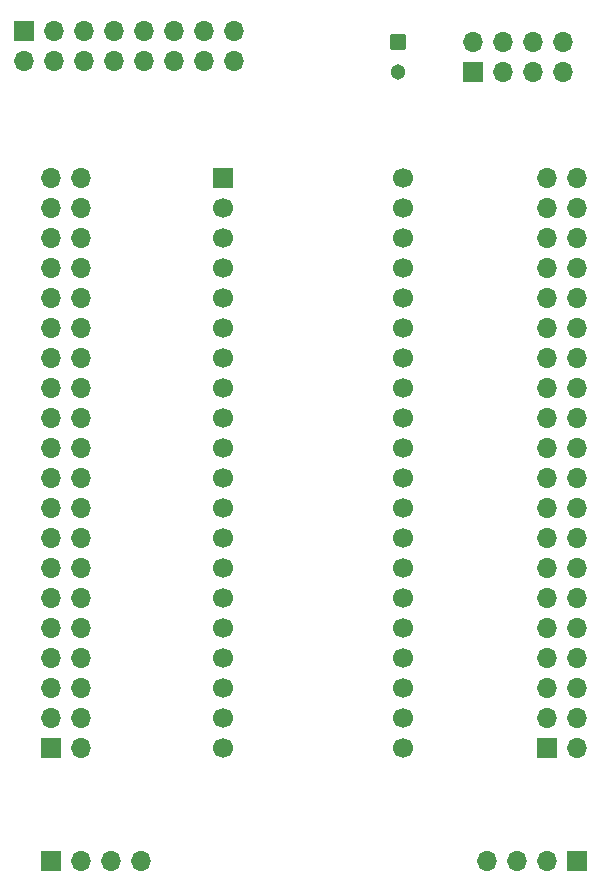
<source format=gbr>
%TF.GenerationSoftware,KiCad,Pcbnew,8.0.6*%
%TF.CreationDate,2024-11-07T15:38:19-03:00*%
%TF.ProjectId,Blue Pill extension board v2 (sin PTH),426c7565-2050-4696-9c6c-20657874656e,rev?*%
%TF.SameCoordinates,Original*%
%TF.FileFunction,Soldermask,Bot*%
%TF.FilePolarity,Negative*%
%FSLAX46Y46*%
G04 Gerber Fmt 4.6, Leading zero omitted, Abs format (unit mm)*
G04 Created by KiCad (PCBNEW 8.0.6) date 2024-11-07 15:38:19*
%MOMM*%
%LPD*%
G01*
G04 APERTURE LIST*
G04 Aperture macros list*
%AMRoundRect*
0 Rectangle with rounded corners*
0 $1 Rounding radius*
0 $2 $3 $4 $5 $6 $7 $8 $9 X,Y pos of 4 corners*
0 Add a 4 corners polygon primitive as box body*
4,1,4,$2,$3,$4,$5,$6,$7,$8,$9,$2,$3,0*
0 Add four circle primitives for the rounded corners*
1,1,$1+$1,$2,$3*
1,1,$1+$1,$4,$5*
1,1,$1+$1,$6,$7*
1,1,$1+$1,$8,$9*
0 Add four rect primitives between the rounded corners*
20,1,$1+$1,$2,$3,$4,$5,0*
20,1,$1+$1,$4,$5,$6,$7,0*
20,1,$1+$1,$6,$7,$8,$9,0*
20,1,$1+$1,$8,$9,$2,$3,0*%
G04 Aperture macros list end*
%ADD10R,1.700000X1.700000*%
%ADD11O,1.700000X1.700000*%
%ADD12C,1.700000*%
%ADD13C,1.304000*%
%ADD14RoundRect,0.102000X-0.550000X0.550000X-0.550000X-0.550000X0.550000X-0.550000X0.550000X0.550000X0*%
G04 APERTURE END LIST*
D10*
%TO.C,J2*%
X124675000Y-114730000D03*
D11*
X127215000Y-114730000D03*
X124675000Y-112190000D03*
X127215000Y-112190000D03*
X124675000Y-109650000D03*
X127215000Y-109650000D03*
X124675000Y-107110000D03*
X127215000Y-107110000D03*
X124675000Y-104570000D03*
X127215000Y-104570000D03*
X124675000Y-102030000D03*
X127215000Y-102030000D03*
X124675000Y-99490000D03*
X127215000Y-99490000D03*
X124675000Y-96950000D03*
X127215000Y-96950000D03*
X124675000Y-94410000D03*
X127215000Y-94410000D03*
X124675000Y-91870000D03*
X127215000Y-91870000D03*
X124675000Y-89330000D03*
X127215000Y-89330000D03*
X124675000Y-86790000D03*
X127215000Y-86790000D03*
X124675000Y-84250000D03*
X127215000Y-84250000D03*
X124675000Y-81710000D03*
X127215000Y-81710000D03*
X124675000Y-79170000D03*
X127215000Y-79170000D03*
X124675000Y-76630000D03*
X127215000Y-76630000D03*
X124675000Y-74090000D03*
X127215000Y-74090000D03*
X124675000Y-71550000D03*
X127215000Y-71550000D03*
X124675000Y-69010000D03*
X127215000Y-69010000D03*
X124675000Y-66470000D03*
X127215000Y-66470000D03*
%TD*%
D10*
%TO.C,U1*%
X139250000Y-66470000D03*
D12*
X139250000Y-69010000D03*
X139250000Y-71550000D03*
X139250000Y-74090000D03*
X139250000Y-76630000D03*
X139250000Y-79170000D03*
X139250000Y-81710000D03*
X139250000Y-84250000D03*
X139250000Y-86790000D03*
X139250000Y-89330000D03*
X139250000Y-91870000D03*
X139250000Y-94410000D03*
X139250000Y-96950000D03*
X139250000Y-99490000D03*
X139250000Y-102030000D03*
X139250000Y-104570000D03*
X139250000Y-107110000D03*
X139250000Y-109650000D03*
X139250000Y-112190000D03*
X139250000Y-114730000D03*
X154490000Y-114730000D03*
X154490000Y-112190000D03*
X154490000Y-109650000D03*
X154490000Y-107110000D03*
X154490000Y-104570000D03*
X154490000Y-102030000D03*
X154490000Y-99490000D03*
X154490000Y-96950000D03*
X154490000Y-94410000D03*
X154490000Y-91870000D03*
X154490000Y-89330000D03*
X154490000Y-86790000D03*
X154490000Y-84250000D03*
X154490000Y-81710000D03*
X154490000Y-79170000D03*
X154490000Y-76630000D03*
X154490000Y-74090000D03*
X154490000Y-71550000D03*
X154490000Y-69010000D03*
X154490000Y-66470000D03*
%TD*%
D10*
%TO.C,J4*%
X166675000Y-114730000D03*
D11*
X169215000Y-114730000D03*
X166675000Y-112190000D03*
X169215000Y-112190000D03*
X166675000Y-109650000D03*
X169215000Y-109650000D03*
X166675000Y-107110000D03*
X169215000Y-107110000D03*
X166675000Y-104570000D03*
X169215000Y-104570000D03*
X166675000Y-102030000D03*
X169215000Y-102030000D03*
X166675000Y-99490000D03*
X169215000Y-99490000D03*
X166675000Y-96950000D03*
X169215000Y-96950000D03*
X166675000Y-94410000D03*
X169215000Y-94410000D03*
X166675000Y-91870000D03*
X169215000Y-91870000D03*
X166675000Y-89330000D03*
X169215000Y-89330000D03*
X166675000Y-86790000D03*
X169215000Y-86790000D03*
X166675000Y-84250000D03*
X169215000Y-84250000D03*
X166675000Y-81710000D03*
X169215000Y-81710000D03*
X166675000Y-79170000D03*
X169215000Y-79170000D03*
X166675000Y-76630000D03*
X169215000Y-76630000D03*
X166675000Y-74090000D03*
X169215000Y-74090000D03*
X166675000Y-71550000D03*
X169215000Y-71550000D03*
X166675000Y-69010000D03*
X169215000Y-69010000D03*
X166675000Y-66470000D03*
X169215000Y-66470000D03*
%TD*%
D10*
%TO.C,J3*%
X122395000Y-54030000D03*
D11*
X122395000Y-56570000D03*
X124935000Y-54030000D03*
X124935000Y-56570000D03*
X127475000Y-54030000D03*
X127475000Y-56570000D03*
X130015000Y-54030000D03*
X130015000Y-56570000D03*
X132555000Y-54030000D03*
X132555000Y-56570000D03*
X135095000Y-54030000D03*
X135095000Y-56570000D03*
X137635000Y-54030000D03*
X137635000Y-56570000D03*
X140175000Y-54030000D03*
X140175000Y-56570000D03*
%TD*%
D13*
%TO.C,C1*%
X154025000Y-57480000D03*
D14*
X154025000Y-54980000D03*
%TD*%
D10*
%TO.C,J5*%
X169175000Y-124280000D03*
D11*
X166635000Y-124280000D03*
X164095000Y-124280000D03*
X161555000Y-124280000D03*
%TD*%
D10*
%TO.C,J1*%
X160405000Y-57520000D03*
D11*
X160405000Y-54980000D03*
X162945000Y-57520000D03*
X162945000Y-54980000D03*
X165485000Y-57520000D03*
X165485000Y-54980000D03*
X168025000Y-57520000D03*
X168025000Y-54980000D03*
%TD*%
D10*
%TO.C,J6*%
X124675000Y-124280000D03*
D11*
X127215000Y-124280000D03*
X129755000Y-124280000D03*
X132295000Y-124280000D03*
%TD*%
M02*

</source>
